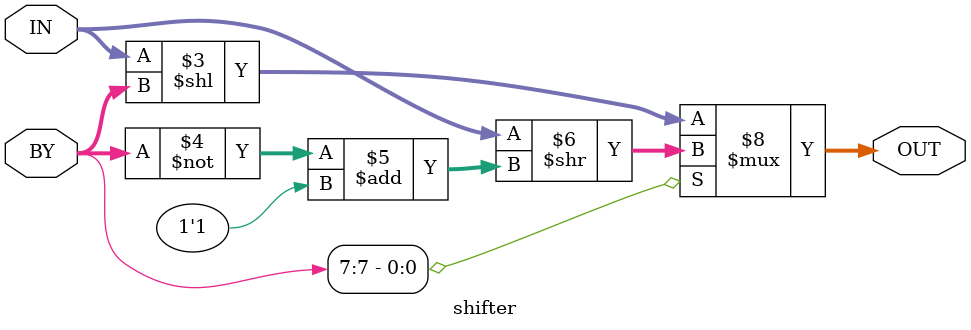
<source format=v>
module shifter(
		input  [23:0] IN,
		input  [7:0]  BY,
		output reg [23:0] OUT
	);
	
	always@(IN or BY) begin
		if (BY[7] == 1'b0) begin	// When BY is > 0
			OUT = IN << BY;
		end else begin					// When BY is < 0
			OUT = IN >> (~(BY) + 1'b1);
		end
	end
endmodule 
</source>
